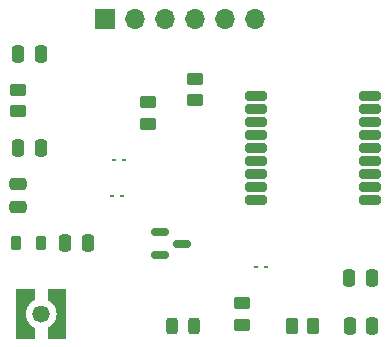
<source format=gbr>
%TF.GenerationSoftware,KiCad,Pcbnew,8.0.8*%
%TF.CreationDate,2025-02-07T12:49:18+01:00*%
%TF.ProjectId,PGE_GPS_PCB,5047455f-4750-4535-9f50-43422e6b6963,rev?*%
%TF.SameCoordinates,Original*%
%TF.FileFunction,Soldermask,Top*%
%TF.FilePolarity,Negative*%
%FSLAX46Y46*%
G04 Gerber Fmt 4.6, Leading zero omitted, Abs format (unit mm)*
G04 Created by KiCad (PCBNEW 8.0.8) date 2025-02-07 12:49:18*
%MOMM*%
%LPD*%
G01*
G04 APERTURE LIST*
G04 Aperture macros list*
%AMRoundRect*
0 Rectangle with rounded corners*
0 $1 Rounding radius*
0 $2 $3 $4 $5 $6 $7 $8 $9 X,Y pos of 4 corners*
0 Add a 4 corners polygon primitive as box body*
4,1,4,$2,$3,$4,$5,$6,$7,$8,$9,$2,$3,0*
0 Add four circle primitives for the rounded corners*
1,1,$1+$1,$2,$3*
1,1,$1+$1,$4,$5*
1,1,$1+$1,$6,$7*
1,1,$1+$1,$8,$9*
0 Add four rect primitives between the rounded corners*
20,1,$1+$1,$2,$3,$4,$5,0*
20,1,$1+$1,$4,$5,$6,$7,0*
20,1,$1+$1,$6,$7,$8,$9,0*
20,1,$1+$1,$8,$9,$2,$3,0*%
%AMFreePoly0*
4,1,32,1.175354,2.110354,1.175500,2.110000,1.175500,1.179300,1.175354,1.178946,1.175216,1.178849,1.072307,1.129519,0.884240,1.000302,0.721729,0.840131,0.589799,0.653958,0.492537,0.447555,0.432946,0.227290,0.412876,0.000000,0.432946,-0.227290,0.492537,-0.447555,0.589799,-0.653958,0.721729,-0.840131,0.884240,-1.000302,1.072307,-1.129519,1.175216,-1.178849,1.175472,-1.179134,
1.175500,-1.179300,1.175500,-2.110000,1.175354,-2.110354,1.175000,-2.110500,-0.395000,-2.110500,-0.395354,-2.110354,-0.395500,-2.110000,-0.395500,2.110000,-0.395354,2.110354,-0.395000,2.110500,1.175000,2.110500,1.175354,2.110354,1.175354,2.110354,$1*%
%AMFreePoly1*
4,1,32,0.435354,2.110354,0.435500,2.110000,0.435500,-2.110000,0.435354,-2.110354,0.435000,-2.110500,-1.135000,-2.110500,-1.135354,-2.110354,-1.135500,-2.110000,-1.135500,-1.179300,-1.135354,-1.178946,-1.135216,-1.178849,-1.032307,-1.129519,-0.844240,-1.000302,-0.681729,-0.840131,-0.549799,-0.653958,-0.452537,-0.447555,-0.392946,-0.227290,-0.372876,0.000000,-0.392946,0.227290,-0.452537,0.447555,
-0.549799,0.653958,-0.681729,0.840131,-0.844240,1.000302,-1.032307,1.129519,-1.135216,1.178849,-1.135472,1.179134,-1.135500,1.179300,-1.135500,2.110000,-1.135354,2.110354,-1.135000,2.110500,0.435000,2.110500,0.435354,2.110354,0.435354,2.110354,$1*%
G04 Aperture macros list end*
%ADD10RoundRect,0.062500X-0.117500X-0.062500X0.117500X-0.062500X0.117500X0.062500X-0.117500X0.062500X0*%
%ADD11RoundRect,0.250000X0.450000X-0.262500X0.450000X0.262500X-0.450000X0.262500X-0.450000X-0.262500X0*%
%ADD12RoundRect,0.250000X-0.250000X-0.475000X0.250000X-0.475000X0.250000X0.475000X-0.250000X0.475000X0*%
%ADD13RoundRect,0.062500X0.117500X0.062500X-0.117500X0.062500X-0.117500X-0.062500X0.117500X-0.062500X0*%
%ADD14RoundRect,0.243750X-0.243750X-0.456250X0.243750X-0.456250X0.243750X0.456250X-0.243750X0.456250X0*%
%ADD15RoundRect,0.218750X0.218750X0.381250X-0.218750X0.381250X-0.218750X-0.381250X0.218750X-0.381250X0*%
%ADD16RoundRect,0.150000X-0.587500X-0.150000X0.587500X-0.150000X0.587500X0.150000X-0.587500X0.150000X0*%
%ADD17RoundRect,0.250000X0.475000X-0.250000X0.475000X0.250000X-0.475000X0.250000X-0.475000X-0.250000X0*%
%ADD18RoundRect,0.200000X-0.700000X-0.200000X0.700000X-0.200000X0.700000X0.200000X-0.700000X0.200000X0*%
%ADD19C,1.470000*%
%ADD20FreePoly0,0.000000*%
%ADD21FreePoly1,0.000000*%
%ADD22RoundRect,0.250000X-0.262500X-0.450000X0.262500X-0.450000X0.262500X0.450000X-0.262500X0.450000X0*%
%ADD23R,1.700000X1.700000*%
%ADD24O,1.700000X1.700000*%
%ADD25RoundRect,0.250000X-0.450000X0.262500X-0.450000X-0.262500X0.450000X-0.262500X0.450000X0.262500X0*%
G04 APERTURE END LIST*
D10*
%TO.C,D1*%
X156000000Y-90000000D03*
X155160000Y-90000000D03*
%TD*%
D11*
%TO.C,R5*%
X146000000Y-77912500D03*
X146000000Y-76087500D03*
%TD*%
D12*
%TO.C,C5*%
X135050000Y-72000000D03*
X136950000Y-72000000D03*
%TD*%
D13*
%TO.C,D3*%
X143000000Y-84000000D03*
X143840000Y-84000000D03*
%TD*%
D14*
%TO.C,D2*%
X148062500Y-95000000D03*
X149937500Y-95000000D03*
%TD*%
D12*
%TO.C,C8*%
X163100000Y-95000000D03*
X165000000Y-95000000D03*
%TD*%
%TO.C,C6*%
X163050000Y-91000000D03*
X164950000Y-91000000D03*
%TD*%
D15*
%TO.C,L1*%
X137000000Y-88000000D03*
X134875000Y-88000000D03*
%TD*%
D11*
%TO.C,R4*%
X150000000Y-75912500D03*
X150000000Y-74087500D03*
%TD*%
D16*
%TO.C,Q1*%
X147000000Y-87100000D03*
X147000000Y-89000000D03*
X148875000Y-88050000D03*
%TD*%
D12*
%TO.C,C1*%
X139000000Y-88000000D03*
X140900000Y-88000000D03*
%TD*%
%TO.C,C3*%
X135050000Y-80000000D03*
X136950000Y-80000000D03*
%TD*%
D17*
%TO.C,C2*%
X135000000Y-84950000D03*
X135000000Y-83050000D03*
%TD*%
D11*
%TO.C,R1*%
X135050000Y-76862500D03*
X135050000Y-75037500D03*
%TD*%
D18*
%TO.C,U1*%
X155150000Y-75600000D03*
X155150000Y-76700000D03*
X155150000Y-77800000D03*
X155150000Y-78900000D03*
X155150000Y-80000000D03*
X155150000Y-81100000D03*
X155150000Y-82200000D03*
X155150000Y-83300000D03*
X155150000Y-84400000D03*
X164850000Y-84400000D03*
X164850000Y-83300000D03*
X164850000Y-82200000D03*
X164850000Y-81100000D03*
X164850000Y-80000000D03*
X164850000Y-78900000D03*
X164850000Y-77800000D03*
X164850000Y-76700000D03*
X164850000Y-75600000D03*
%TD*%
D19*
%TO.C,J1*%
X137000000Y-94000000D03*
D20*
X135290000Y-94000000D03*
D21*
X138670000Y-94000000D03*
%TD*%
D22*
%TO.C,R3*%
X158175000Y-95000000D03*
X160000000Y-95000000D03*
%TD*%
D23*
%TO.C,J3*%
X142380000Y-69000000D03*
D24*
X144920000Y-69000000D03*
X147460000Y-69000000D03*
X150000000Y-69000000D03*
X152540000Y-69000000D03*
X155080000Y-69000000D03*
%TD*%
D13*
%TO.C,D4*%
X143160000Y-81000000D03*
X144000000Y-81000000D03*
%TD*%
D25*
%TO.C,R2*%
X154000000Y-93087500D03*
X154000000Y-94912500D03*
%TD*%
M02*

</source>
